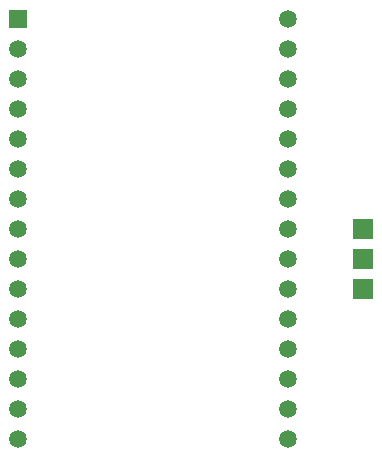
<source format=gbr>
G04 EasyPC Gerber Version 21.0.3 Build 4286 *
G04 #@! TF.Part,Single*
G04 #@! TF.FileFunction,Soldermask,Top *
G04 #@! TF.FilePolarity,Negative *
%FSLAX35Y35*%
%MOIN*%
G04 #@! TA.AperFunction,ComponentPad*
%ADD76R,0.05862X0.05862*%
%ADD26R,0.07000X0.07000*%
%ADD77C,0.05862*%
X0Y0D02*
D02*
D26*
X195250Y110250D03*
Y120250D03*
Y130250D03*
D02*
D76*
X80250Y200250D03*
D02*
D77*
Y60250D03*
Y70250D03*
Y80250D03*
Y90250D03*
Y100250D03*
Y110250D03*
Y120250D03*
Y130250D03*
Y140250D03*
Y150250D03*
Y160250D03*
Y170250D03*
Y180250D03*
Y190250D03*
X170250Y60250D03*
Y70250D03*
Y80250D03*
Y90250D03*
Y100250D03*
Y110250D03*
Y120250D03*
Y130250D03*
Y140250D03*
Y150250D03*
Y160250D03*
Y170250D03*
Y180250D03*
Y190250D03*
Y200250D03*
X0Y0D02*
M02*

</source>
